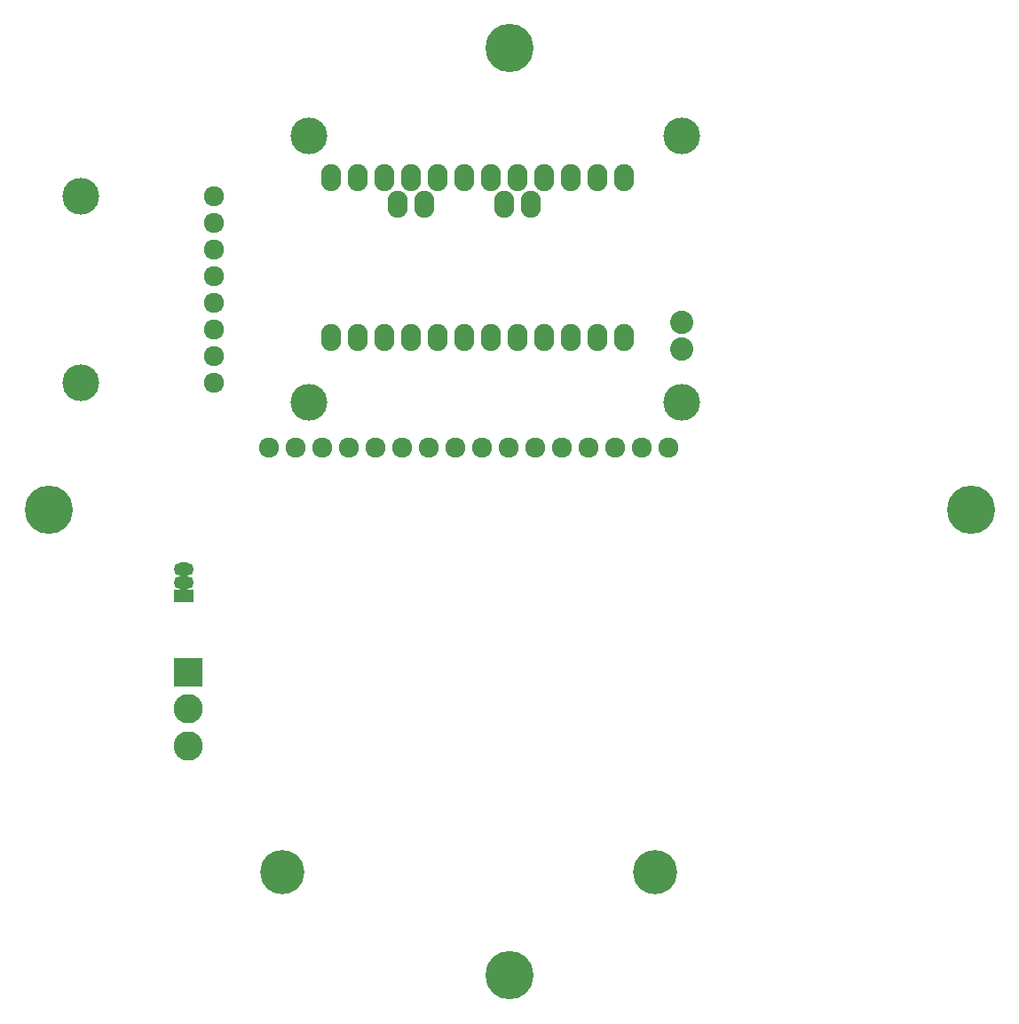
<source format=gbr>
G04 #@! TF.FileFunction,Soldermask,Bot*
%FSLAX46Y46*%
G04 Gerber Fmt 4.6, Leading zero omitted, Abs format (unit mm)*
G04 Created by KiCad (PCBNEW 4.0.2-stable) date Thursday, March 16, 2017 'PMt' 02:05:18 PM*
%MOMM*%
G01*
G04 APERTURE LIST*
%ADD10C,0.100000*%
%ADD11C,2.800000*%
%ADD12R,2.800000X2.800000*%
%ADD13O,1.900000X1.300000*%
%ADD14R,1.900000X1.300000*%
%ADD15C,4.210000*%
%ADD16C,1.924000*%
%ADD17C,3.500000*%
%ADD18C,4.600000*%
%ADD19O,1.901140X2.599640*%
%ADD20C,2.220000*%
G04 APERTURE END LIST*
D10*
D11*
X94000000Y-120600000D03*
X94000000Y-124100000D03*
D12*
X94000000Y-117100000D03*
D13*
X93600000Y-108530000D03*
X93600000Y-107260000D03*
D14*
X93600000Y-109800000D03*
D15*
X103050000Y-136150000D03*
D16*
X139850000Y-95675000D03*
X137310000Y-95675000D03*
X134770000Y-95675000D03*
X132230000Y-95675000D03*
X129690000Y-95675000D03*
X127150000Y-95675000D03*
X124610000Y-95675000D03*
X122070000Y-95675000D03*
X119530000Y-95675000D03*
X116990000Y-95675000D03*
X114450000Y-95675000D03*
X111910000Y-95675000D03*
X109370000Y-95675000D03*
X106830000Y-95675000D03*
X104290000Y-95675000D03*
X101750000Y-95675000D03*
D15*
X138550000Y-136150000D03*
D17*
X83750000Y-71710000D03*
D16*
X96450000Y-71710000D03*
X96450000Y-74250000D03*
X96450000Y-76790000D03*
X96450000Y-79330000D03*
X96450000Y-81870000D03*
X96450000Y-84410000D03*
X96450000Y-86950000D03*
X96450000Y-89490000D03*
D17*
X83750000Y-89490000D03*
D18*
X80700000Y-101600000D03*
X168700000Y-101600000D03*
X124700000Y-57600000D03*
X124700000Y-146000000D03*
D19*
X116520000Y-72520000D03*
X113980000Y-72520000D03*
X135570000Y-85220000D03*
X133030000Y-85220000D03*
X130490000Y-85220000D03*
X127950000Y-85220000D03*
X125410000Y-85220000D03*
X122870000Y-85220000D03*
X120330000Y-85220000D03*
X117790000Y-85220000D03*
X115250000Y-85220000D03*
X112710000Y-85220000D03*
X110170000Y-85220000D03*
X107630000Y-85220000D03*
X107630000Y-69980000D03*
X110170000Y-69980000D03*
X112710000Y-69980000D03*
X115250000Y-69980000D03*
X117790000Y-69980000D03*
X120330000Y-69980000D03*
X122870000Y-69980000D03*
X125410000Y-69980000D03*
X127950000Y-69980000D03*
X130490000Y-69980000D03*
X133030000Y-69980000D03*
X135570000Y-69980000D03*
X124140000Y-72520000D03*
X126680000Y-72520000D03*
D20*
X141080000Y-83750000D03*
D17*
X105520000Y-65970000D03*
X141080000Y-65970000D03*
X105520000Y-91370000D03*
X141080000Y-91370000D03*
D20*
X141080000Y-86290000D03*
M02*

</source>
